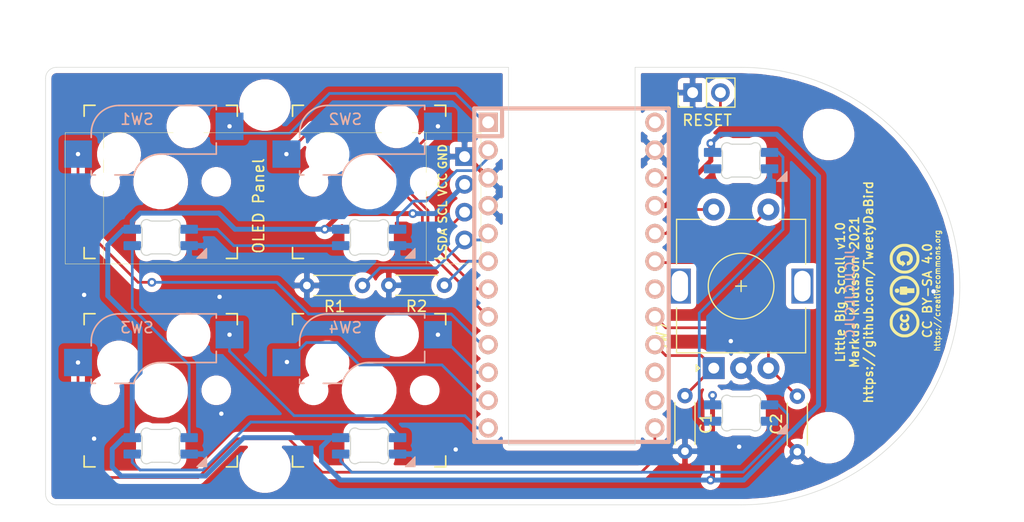
<source format=kicad_pcb>
(kicad_pcb (version 20171130) (host pcbnew "(5.1.9)-1")
  (title_block (title "Little Big Scroll") (date 2021-11-30) (rev v1.0) (company "Markus Knutsson <markus.knutsson@tweety.se>") (comment 1 https://github.com/TweetyDaBird) (comment 2 "Licensed under Creative Commons Attribution-ShareAlike 4.0 International"))
  (layers (0 F.Cu signal) (31 B.Cu signal) (34 B.Paste user hide) (35 F.Paste user hide) (36 B.SilkS user) (37 F.SilkS user) (38 B.Mask user hide) (39 F.Mask user hide) (44 Edge.Cuts user))
  (net 0 "")
  (net 1 GND)
  (net 2 VCC)
  (net 3 RGB)
  (net 4 "Net-(LED1-Pad2)")
  (net 5 "Net-(LED2-Pad2)")
  (net 6 "Net-(LED3-Pad2)")
  (net 7 "Net-(LED4-Pad2)")
  (net 8 "Net-(LED5-Pad2)")
  (net 9 SDA)
  (net 10 SCL)
  (net 11 ENC_A)
  (net 12 ENC_B)
  (net 13 COL0)
  (net 14 ROW0)
  (net 15 COL1)
  (net 16 ROW1)
  (net 17 COL2)
  (net 18 ROW2)
  (net 19 COL3)
  (net 20 ROW3)
  (net 21 ROW4)
  (net 22 COL4)
  (net 23 "Net-(J1-Pad2)")
  (module "Keyboard Library:CC_BY_SA_40" (layer F.Cu) (at 234.25 111.93 90)
    (fp_text reference Lic1 hide)
    (fp_text value CC-BY-SA_4.0)
    (fp_text user "CC BY-SA 4.0" (at -0.041555 2.16 90) (layer F.SilkS) (effects (font (size 0.8 0.8))))
    (fp_text user https://creativecommons.org (at -0.041555 3.07 90) (layer F.SilkS) (effects (font (size 0.5 0.5) (thickness 0.1))))
  )
  (module Keebio-Parts:RotaryEncoder_Alps_EC11E-Switch_Vertical_H20mm (layer F.Cu) (at 219.38 111.555 90)
    (fp_text reference SW7 (at -4.7 -7.2 90) (layer F.SilkS))
    (fp_text value Rotary_Encoder_Switch)
    (pad S1 thru_hole circle (at 7 2.5 90) (size 2 2) (drill 1) (layers *.Cu *.Mask) (net 22 COL4))
    (pad S2 thru_hole circle (at 7 -2.5 90) (size 2 2) (drill 1) (layers *.Cu *.Mask) (net 21 ROW4))
    (pad MP thru_hole rect (at 0 5.6 90) (size 3.2 2) (drill oval 2.8 1.5) (layers *.Cu *.Mask))
    (pad MP thru_hole rect (at 0 -5.6 90) (size 3.2 2) (drill oval 2.8 1.5) (layers *.Cu *.Mask))
    (pad B thru_hole circle (at -7.5 2.5 90) (size 2 2) (drill 1) (layers *.Cu *.Mask) (net 12 ENC_B))
    (pad C thru_hole circle (at -7.5 0 90) (size 2 2) (drill 1) (layers *.Cu *.Mask) (net 1 GND))
    (pad A thru_hole rect (at -7.5 -2.5 90) (size 2 2) (drill 1) (layers *.Cu *.Mask) (net 11 ENC_A))
  )
  (module Keebio-Parts:ArduinoProMicro-BackSide (layer F.Cu) (at 203.88 110.555 270)
    (fp_text reference U1 hide)
    (fp_text value ProMicro hide)
    (pad 24 thru_hole circle (at -13.97 -7.62 270) (size 1.7526 1.7526) (drill 1.0922) (layers *.Cu *.SilkS *.Mask))
    (pad 12 thru_hole circle (at 13.97 7.62 270) (size 1.7526 1.7526) (drill 1.0922) (layers *.Cu *.SilkS *.Mask) (net 18 ROW2))
    (pad 23 thru_hole circle (at -11.43 -7.62 270) (size 1.7526 1.7526) (drill 1.0922) (layers *.Cu *.SilkS *.Mask) (net 1 GND))
    (pad 22 thru_hole circle (at -8.89 -7.62 270) (size 1.7526 1.7526) (drill 1.0922) (layers *.Cu *.SilkS *.Mask) (net 23 "Net-(J1-Pad2)"))
    (pad 21 thru_hole circle (at -6.35 -7.62 270) (size 1.7526 1.7526) (drill 1.0922) (layers *.Cu *.SilkS *.Mask) (net 2 VCC))
    (pad 20 thru_hole circle (at -3.81 -7.62 270) (size 1.7526 1.7526) (drill 1.0922) (layers *.Cu *.SilkS *.Mask) (net 21 ROW4))
    (pad 19 thru_hole circle (at -1.27 -7.62 270) (size 1.7526 1.7526) (drill 1.0922) (layers *.Cu *.SilkS *.Mask) (net 22 COL4))
    (pad 18 thru_hole circle (at 1.27 -7.62 270) (size 1.7526 1.7526) (drill 1.0922) (layers *.Cu *.SilkS *.Mask))
    (pad 17 thru_hole circle (at 3.81 -7.62 270) (size 1.7526 1.7526) (drill 1.0922) (layers *.Cu *.SilkS *.Mask) (net 12 ENC_B))
    (pad 16 thru_hole circle (at 6.35 -7.62 270) (size 1.7526 1.7526) (drill 1.0922) (layers *.Cu *.SilkS *.Mask) (net 11 ENC_A))
    (pad 15 thru_hole circle (at 8.89 -7.62 270) (size 1.7526 1.7526) (drill 1.0922) (layers *.Cu *.SilkS *.Mask))
    (pad 14 thru_hole circle (at 11.43 -7.62 270) (size 1.7526 1.7526) (drill 1.0922) (layers *.Cu *.SilkS *.Mask))
    (pad 13 thru_hole circle (at 13.97 -7.62 270) (size 1.7526 1.7526) (drill 1.0922) (layers *.Cu *.SilkS *.Mask) (net 17 COL2))
    (pad 11 thru_hole circle (at 11.43 7.62 270) (size 1.7526 1.7526) (drill 1.0922) (layers *.Cu *.SilkS *.Mask) (net 19 COL3))
    (pad 10 thru_hole circle (at 8.89 7.62 270) (size 1.7526 1.7526) (drill 1.0922) (layers *.Cu *.SilkS *.Mask) (net 20 ROW3))
    (pad 9 thru_hole circle (at 6.35 7.62 270) (size 1.7526 1.7526) (drill 1.0922) (layers *.Cu *.SilkS *.Mask) (net 13 COL0))
    (pad 8 thru_hole circle (at 3.81 7.62 270) (size 1.7526 1.7526) (drill 1.0922) (layers *.Cu *.SilkS *.Mask) (net 15 COL1))
    (pad 7 thru_hole circle (at 1.27 7.62 270) (size 1.7526 1.7526) (drill 1.0922) (layers *.Cu *.SilkS *.Mask) (net 16 ROW1))
    (pad 6 thru_hole circle (at -1.27 7.62 270) (size 1.7526 1.7526) (drill 1.0922) (layers *.Cu *.SilkS *.Mask) (net 10 SCL))
    (pad 5 thru_hole circle (at -3.81 7.62 270) (size 1.7526 1.7526) (drill 1.0922) (layers *.Cu *.SilkS *.Mask) (net 9 SDA))
    (pad 4 thru_hole circle (at -6.35 7.62 270) (size 1.7526 1.7526) (drill 1.0922) (layers *.Cu *.SilkS *.Mask) (net 1 GND))
    (pad 3 thru_hole circle (at -8.89 7.62 270) (size 1.7526 1.7526) (drill 1.0922) (layers *.Cu *.SilkS *.Mask) (net 1 GND))
    (pad 2 thru_hole circle (at -11.43 7.62 270) (size 1.7526 1.7526) (drill 1.0922) (layers *.Cu *.SilkS *.Mask) (net 3 RGB))
    (pad 1 thru_hole rect (at -13.97 7.62 270) (size 1.7526 1.7526) (drill 1.0922) (layers *.Cu *.SilkS *.Mask) (net 14 ROW0))
  )
  (module keyswitches:Kailh_socket_MX_RGB (layer F.Cu) (at 185.38 121.08)
    (fp_text reference SW4 (at -2.175 -5.725) (layer B.SilkS) (effects (justify mirror)))
    (fp_text value SW_Push hide)
    (pad 2 smd rect (at -7.56 -2.54) (size 2.55 2.5) (layers B.Cu B.Paste B.Mask) (net 19 COL3))
    (pad "" np_thru_hole circle (at -5.08 0) (size 1.7018 1.7018) (drill 1.7018) (layers *.Cu *.Mask))
    (pad "" np_thru_hole circle (at 5.08 0) (size 1.7018 1.7018) (drill 1.7018) (layers *.Cu *.Mask))
    (pad "" np_thru_hole circle (at 0 0) (size 3.9878 3.9878) (drill 3.9878) (layers *.Cu *.Mask))
    (pad "" np_thru_hole circle (at -3.81 -2.54) (size 3 3) (drill 3) (layers *.Cu *.Mask))
    (pad "" np_thru_hole circle (at 2.54 -5.08) (size 3 3) (drill 3) (layers *.Cu *.Mask))
    (pad 1 smd rect (at 6.29 -5.08) (size 2.55 2.5) (layers B.Cu B.Paste B.Mask) (net 20 ROW3))
  )
  (module keyswitches:Kailh_socket_MX_RGB (layer F.Cu) (at 166.33 121.08)
    (fp_text reference SW3 (at -2.175 -5.725) (layer B.SilkS) (effects (justify mirror)))
    (fp_text value SW_Push hide)
    (pad 2 smd rect (at -7.56 -2.54) (size 2.55 2.5) (layers B.Cu B.Paste B.Mask) (net 17 COL2))
    (pad "" np_thru_hole circle (at -5.08 0) (size 1.7018 1.7018) (drill 1.7018) (layers *.Cu *.Mask))
    (pad "" np_thru_hole circle (at 5.08 0) (size 1.7018 1.7018) (drill 1.7018) (layers *.Cu *.Mask))
    (pad "" np_thru_hole circle (at 0 0) (size 3.9878 3.9878) (drill 3.9878) (layers *.Cu *.Mask))
    (pad "" np_thru_hole circle (at -3.81 -2.54) (size 3 3) (drill 3) (layers *.Cu *.Mask))
    (pad "" np_thru_hole circle (at 2.54 -5.08) (size 3 3) (drill 3) (layers *.Cu *.Mask))
    (pad 1 smd rect (at 6.29 -5.08) (size 2.55 2.5) (layers B.Cu B.Paste B.Mask) (net 18 ROW2))
  )
  (module keyswitches:Kailh_socket_MX_RGB (layer F.Cu) (at 185.38 102.03)
    (fp_text reference SW2 (at -2.175 -5.725) (layer B.SilkS) (effects (justify mirror)))
    (fp_text value SW_Push hide)
    (pad 2 smd rect (at -7.56 -2.54) (size 2.55 2.5) (layers B.Cu B.Paste B.Mask) (net 15 COL1))
    (pad "" np_thru_hole circle (at -5.08 0) (size 1.7018 1.7018) (drill 1.7018) (layers *.Cu *.Mask))
    (pad "" np_thru_hole circle (at 5.08 0) (size 1.7018 1.7018) (drill 1.7018) (layers *.Cu *.Mask))
    (pad "" np_thru_hole circle (at 0 0) (size 3.9878 3.9878) (drill 3.9878) (layers *.Cu *.Mask))
    (pad "" np_thru_hole circle (at -3.81 -2.54) (size 3 3) (drill 3) (layers *.Cu *.Mask))
    (pad "" np_thru_hole circle (at 2.54 -5.08) (size 3 3) (drill 3) (layers *.Cu *.Mask))
    (pad 1 smd rect (at 6.29 -5.08) (size 2.55 2.5) (layers B.Cu B.Paste B.Mask) (net 16 ROW1))
  )
  (module keyswitches:Kailh_socket_MX_RGB (layer F.Cu) (at 166.33 102.03)
    (fp_text reference SW1 (at -2.175 -5.725) (layer B.SilkS) (effects (justify mirror)))
    (fp_text value SW_Push hide)
    (pad 2 smd rect (at -7.56 -2.54) (size 2.55 2.5) (layers B.Cu B.Paste B.Mask) (net 13 COL0))
    (pad "" np_thru_hole circle (at -5.08 0) (size 1.7018 1.7018) (drill 1.7018) (layers *.Cu *.Mask))
    (pad "" np_thru_hole circle (at 5.08 0) (size 1.7018 1.7018) (drill 1.7018) (layers *.Cu *.Mask))
    (pad "" np_thru_hole circle (at 0 0) (size 3.9878 3.9878) (drill 3.9878) (layers *.Cu *.Mask))
    (pad "" np_thru_hole circle (at -3.81 -2.54) (size 3 3) (drill 3) (layers *.Cu *.Mask))
    (pad "" np_thru_hole circle (at 2.54 -5.08) (size 3 3) (drill 3) (layers *.Cu *.Mask))
    (pad 1 smd rect (at 6.29 -5.08) (size 2.55 2.5) (layers B.Cu B.Paste B.Mask) (net 14 ROW0))
  )
  (module KiCad-SSD1306-0.91-OLED-4pin-128x32:SSD1306-0.91-OLED-4pin-128x32 (layer F.Cu) (at 176.605 103.53)
    (fp_text reference OLED1 hide)
    (fp_text value OLED_4pin)
    (fp_text user SDA (at 15.5 3.81 -90) (layer F.SilkS) (effects (font (size 0.75 0.75))))
    (fp_text user SCL (at 15.5 1.27 -90) (layer F.SilkS) (effects (font (size 0.75 0.75))))
    (fp_text user VCC (at 15.5 -1.27 -90) (layer F.SilkS) (effects (font (size 0.75 0.75))))
    (fp_text user GND (at 15.5 -3.81 -90) (layer F.SilkS) (effects (font (size 0.75 0.75))))
    (fp_text user "OLED Panel" (at -1.325 0.69 270) (layer F.SilkS))
    (pad 4 thru_hole oval (at 17.5 3.81) (size 1.7 1.7) (drill 1) (layers *.Cu *.Mask) (net 9 SDA))
    (pad 3 thru_hole oval (at 17.5 1.27) (size 1.7 1.7) (drill 1) (layers *.Cu *.Mask) (net 10 SCL))
    (pad 2 thru_hole oval (at 17.5 -1.27) (size 1.7 1.7) (drill 1) (layers *.Cu *.Mask) (net 2 VCC))
    (pad 1 thru_hole rect (at 17.5 -3.81) (size 1.7 1.7) (drill 1) (layers *.Cu *.Mask) (net 1 GND))
  )
  (module MountingHole:MountingHole_3.7mm (layer F.Cu) (at 175.855 128.105)
    (fp_text reference H4 hide)
    (fp_text value Hole)
    (pad 1 np_thru_hole circle (at 0 0) (size 3.7 3.7) (drill 3.7) (layers *.Cu *.Mask))
  )
  (module MountingHole:MountingHole_3.7mm (layer F.Cu) (at 227.38 125.411406)
    (fp_text reference H3 hide)
    (fp_text value Hole)
    (pad 1 np_thru_hole circle (at 0 0) (size 3.7 3.7) (drill 3.7) (layers *.Cu *.Mask))
  )
  (module MountingHole:MountingHole_3.7mm (layer F.Cu) (at 227.38 97.698594)
    (fp_text reference H2 hide)
    (fp_text value Hole)
    (pad 1 np_thru_hole circle (at 0 0) (size 3.7 3.7) (drill 3.7) (layers *.Cu *.Mask))
  )
  (module MountingHole:MountingHole_3.7mm (layer F.Cu) (at 175.855 95.005)
    (fp_text reference H1 hide)
    (fp_text value Hole)
    (pad 1 np_thru_hole circle (at 0 0) (size 3.7 3.7) (drill 3.7) (layers *.Cu *.Mask))
  )
  (module Connector_PinHeader_2.54mm:PinHeader_1x02_P2.54mm_Vertical (layer F.Cu) (at 214.95 93.87 90)
    (fp_text reference J1 hide)
    (fp_text value Conn_01x02)
    (fp_text user RESET (at -2.53 1.32) (layer F.SilkS))
    (pad 2 thru_hole oval (at 0 2.54 90) (size 1.7 1.7) (drill 1) (layers *.Cu *.Mask) (net 23 "Net-(J1-Pad2)"))
    (pad 1 thru_hole rect (at 0 0 90) (size 1.7 1.7) (drill 1) (layers *.Cu *.Mask) (net 1 GND))
  )
  (module kicad-keyboard-parts:MX_SK6812MINI-E (layer F.Cu) (at 219.38 118.08)
    (fp_text reference LED5 hide)
    (fp_text value SK6812MINI-E)
    (fp_line (start -1.699999 5.782841) (end -1.699999 4.377157) (layer Edge.Cuts) (width 0.1))
    (fp_line (start -0.794452 3.58) (end 0.794453 3.58) (layer Edge.Cuts) (width 0.1))
    (fp_line (start 1.699999 4.377157) (end 1.699999 5.782841) (layer Edge.Cuts) (width 0.1))
    (fp_line (start 0.794452 6.579999) (end -0.794452 6.579999) (layer Edge.Cuts) (width 0.1))
    (fp_arc (start -0.794452 7.079999) (end -0.794452 6.579999) (angle -30.2992623) (layer Edge.Cuts) (width 0.1))
    (fp_arc (start 0.794452 7.079999) (end 1.046711 6.648298) (angle -30.29933433) (layer Edge.Cuts) (width 0.1))
    (fp_arc (start 1.298969 6.216597) (end 1.046711 6.648298) (angle -146.0055121) (layer Edge.Cuts) (width 0.1))
    (fp_arc (start 2.199999 5.782841) (end 1.699999 5.782841) (angle -25.70617777) (layer Edge.Cuts) (width 0.1))
    (fp_arc (start 2.199999 4.377157) (end 1.749484 4.160279) (angle -25.70608136) (layer Edge.Cuts) (width 0.1))
    (fp_arc (start 1.298969 3.943402) (end 1.749484 4.160279) (angle -146.0053097) (layer Edge.Cuts) (width 0.1))
    (fp_arc (start 0.794453 3.08) (end 0.794453 3.58) (angle -30.29922831) (layer Edge.Cuts) (width 0.1))
    (fp_arc (start -0.794452 3.08) (end -1.046711 3.5117) (angle -30.29928212) (layer Edge.Cuts) (width 0.1))
    (fp_arc (start -1.298969 3.943401) (end -1.046711 3.5117) (angle -146.0054017) (layer Edge.Cuts) (width 0.1))
    (fp_arc (start -2.199999 4.377157) (end -1.699999 4.377157) (angle -25.70611954) (layer Edge.Cuts) (width 0.1))
    (fp_arc (start -2.199999 5.782841) (end -1.749484 5.999719) (angle -25.70611205) (layer Edge.Cuts) (width 0.1))
    (fp_arc (start -1.298969 6.216596) (end -1.749484 5.999719) (angle -146.0053744) (layer Edge.Cuts) (width 0.1))
    (pad 3 smd roundrect (at 2.6 5.829999 270) (size 0.82 1.6) (layers B.Cu B.Paste B.Mask) (roundrect_rratio 0.1) (net 1 GND))
    (pad 4 smd roundrect (at 2.6 4.329999 270) (size 0.82 1.6) (layers B.Cu B.Paste B.Mask) (roundrect_rratio 0.1) (net 7 "Net-(LED4-Pad2)"))
    (pad 2 smd roundrect (at -2.6 5.829999 270) (size 0.82 1.6) (layers B.Cu B.Paste B.Mask) (roundrect_rratio 0.1) (net 8 "Net-(LED5-Pad2)"))
    (pad 1 smd roundrect (at -2.6 4.329999 270) (size 0.82 1.6) (layers B.Cu B.Paste B.Mask) (roundrect_rratio 0.1) (net 2 VCC))
  )
  (module kicad-keyboard-parts:MX_SK6812MINI-E (layer F.Cu) (at 219.38 95.005)
    (fp_text reference LED6 hide)
    (fp_text value SK6812MINI-E)
    (fp_line (start -1.699999 5.782841) (end -1.699999 4.377157) (layer Edge.Cuts) (width 0.1))
    (fp_line (start -0.794452 3.58) (end 0.794453 3.58) (layer Edge.Cuts) (width 0.1))
    (fp_line (start 1.699999 4.377157) (end 1.699999 5.782841) (layer Edge.Cuts) (width 0.1))
    (fp_line (start 0.794452 6.579999) (end -0.794452 6.579999) (layer Edge.Cuts) (width 0.1))
    (fp_arc (start -0.794452 7.079999) (end -0.794452 6.579999) (angle -30.2992623) (layer Edge.Cuts) (width 0.1))
    (fp_arc (start 0.794452 7.079999) (end 1.046711 6.648298) (angle -30.29933433) (layer Edge.Cuts) (width 0.1))
    (fp_arc (start 1.298969 6.216597) (end 1.046711 6.648298) (angle -146.0055121) (layer Edge.Cuts) (width 0.1))
    (fp_arc (start 2.199999 5.782841) (end 1.699999 5.782841) (angle -25.70617777) (layer Edge.Cuts) (width 0.1))
    (fp_arc (start 2.199999 4.377157) (end 1.749484 4.160279) (angle -25.70608136) (layer Edge.Cuts) (width 0.1))
    (fp_arc (start 1.298969 3.943402) (end 1.749484 4.160279) (angle -146.0053097) (layer Edge.Cuts) (width 0.1))
    (fp_arc (start 0.794453 3.08) (end 0.794453 3.58) (angle -30.29922831) (layer Edge.Cuts) (width 0.1))
    (fp_arc (start -0.794452 3.08) (end -1.046711 3.5117) (angle -30.29928212) (layer Edge.Cuts) (width 0.1))
    (fp_arc (start -1.298969 3.943401) (end -1.046711 3.5117) (angle -146.0054017) (layer Edge.Cuts) (width 0.1))
    (fp_arc (start -2.199999 4.377157) (end -1.699999 4.377157) (angle -25.70611954) (layer Edge.Cuts) (width 0.1))
    (fp_arc (start -2.199999 5.782841) (end -1.749484 5.999719) (angle -25.70611205) (layer Edge.Cuts) (width 0.1))
    (fp_arc (start -1.298969 6.216596) (end -1.749484 5.999719) (angle -146.0053744) (layer Edge.Cuts) (width 0.1))
    (pad 3 smd roundrect (at 2.6 5.829999 270) (size 0.82 1.6) (layers B.Cu B.Paste B.Mask) (roundrect_rratio 0.1) (net 1 GND))
    (pad 4 smd roundrect (at 2.6 4.329999 270) (size 0.82 1.6) (layers B.Cu B.Paste B.Mask) (roundrect_rratio 0.1) (net 8 "Net-(LED5-Pad2)"))
    (pad 2 smd roundrect (at -2.6 5.829999 270) (size 0.82 1.6) (layers B.Cu B.Paste B.Mask) (roundrect_rratio 0.1))
    (pad 1 smd roundrect (at -2.6 4.329999 270) (size 0.82 1.6) (layers B.Cu B.Paste B.Mask) (roundrect_rratio 0.1) (net 2 VCC))
  )
  (module Resistor_THT:R_Axial_DIN0204_L3.6mm_D1.6mm_P5.08mm_Horizontal (layer F.Cu) (at 224.52 126.7 90)
    (fp_text reference C2 (at 2.54 -1.92 90) (layer F.SilkS))
    (fp_text value 100nF)
    (pad 2 thru_hole oval (at 5.08 0 90) (size 1.4 1.4) (drill 0.7) (layers *.Cu *.Mask) (net 12 ENC_B))
    (pad 1 thru_hole circle (at 0 0 90) (size 1.4 1.4) (drill 0.7) (layers *.Cu *.Mask) (net 1 GND))
  )
  (module Resistor_THT:R_Axial_DIN0204_L3.6mm_D1.6mm_P5.08mm_Horizontal (layer F.Cu) (at 214.25 121.57 270)
    (fp_text reference C1 (at 2.54 -1.92 90) (layer F.SilkS))
    (fp_text value 100nF)
    (pad 2 thru_hole oval (at 5.08 0 270) (size 1.4 1.4) (drill 0.7) (layers *.Cu *.Mask) (net 1 GND))
    (pad 1 thru_hole circle (at 0 0 270) (size 1.4 1.4) (drill 0.7) (layers *.Cu *.Mask) (net 11 ENC_A))
  )
  (module Resistor_THT:R_Axial_DIN0204_L3.6mm_D1.6mm_P5.08mm_Horizontal (layer F.Cu) (at 192.26 111.48 180)
    (fp_text reference R2 (at 2.54 -1.92) (layer F.SilkS))
    (fp_text value 4K7)
    (pad 2 thru_hole oval (at 5.08 0 180) (size 1.4 1.4) (drill 0.7) (layers *.Cu *.Mask) (net 1 GND))
    (pad 1 thru_hole circle (at 0 0 180) (size 1.4 1.4) (drill 0.7) (layers *.Cu *.Mask) (net 10 SCL))
  )
  (module Resistor_THT:R_Axial_DIN0204_L3.6mm_D1.6mm_P5.08mm_Horizontal (layer F.Cu) (at 184.77 111.5 180)
    (fp_text reference R1 (at 2.54 -1.92) (layer F.SilkS))
    (fp_text value 4K7)
    (pad 2 thru_hole oval (at 5.08 0 180) (size 1.4 1.4) (drill 0.7) (layers *.Cu *.Mask) (net 1 GND))
    (pad 1 thru_hole circle (at 0 0 180) (size 1.4 1.4) (drill 0.7) (layers *.Cu *.Mask) (net 9 SDA))
  )
  (module kicad-keyboard-parts:MX_SK6812MINI-E (layer F.Cu) (at 185.38 121.08)
    (fp_text reference LED4 hide)
    (fp_text value SK6812MINI-E)
    (fp_line (start -1.699999 5.782841) (end -1.699999 4.377157) (layer Edge.Cuts) (width 0.1))
    (fp_line (start -0.794452 3.58) (end 0.794453 3.58) (layer Edge.Cuts) (width 0.1))
    (fp_line (start 1.699999 4.377157) (end 1.699999 5.782841) (layer Edge.Cuts) (width 0.1))
    (fp_line (start 0.794452 6.579999) (end -0.794452 6.579999) (layer Edge.Cuts) (width 0.1))
    (fp_arc (start -0.794452 7.079999) (end -0.794452 6.579999) (angle -30.2992623) (layer Edge.Cuts) (width 0.1))
    (fp_arc (start 0.794452 7.079999) (end 1.046711 6.648298) (angle -30.29933433) (layer Edge.Cuts) (width 0.1))
    (fp_arc (start 1.298969 6.216597) (end 1.046711 6.648298) (angle -146.0055121) (layer Edge.Cuts) (width 0.1))
    (fp_arc (start 2.199999 5.782841) (end 1.699999 5.782841) (angle -25.70617777) (layer Edge.Cuts) (width 0.1))
    (fp_arc (start 2.199999 4.377157) (end 1.749484 4.160279) (angle -25.70608136) (layer Edge.Cuts) (width 0.1))
    (fp_arc (start 1.298969 3.943402) (end 1.749484 4.160279) (angle -146.0053097) (layer Edge.Cuts) (width 0.1))
    (fp_arc (start 0.794453 3.08) (end 0.794453 3.58) (angle -30.29922831) (layer Edge.Cuts) (width 0.1))
    (fp_arc (start -0.794452 3.08) (end -1.046711 3.5117) (angle -30.29928212) (layer Edge.Cuts) (width 0.1))
    (fp_arc (start -1.298969 3.943401) (end -1.046711 3.5117) (angle -146.0054017) (layer Edge.Cuts) (width 0.1))
    (fp_arc (start -2.199999 4.377157) (end -1.699999 4.377157) (angle -25.70611954) (layer Edge.Cuts) (width 0.1))
    (fp_arc (start -2.199999 5.782841) (end -1.749484 5.999719) (angle -25.70611205) (layer Edge.Cuts) (width 0.1))
    (fp_arc (start -1.298969 6.216596) (end -1.749484 5.999719) (angle -146.0053744) (layer Edge.Cuts) (width 0.1))
    (pad 3 smd roundrect (at 2.6 5.829999 270) (size 0.82 1.6) (layers B.Cu B.Paste B.Mask) (roundrect_rratio 0.1) (net 1 GND))
    (pad 4 smd roundrect (at 2.6 4.329999 270) (size 0.82 1.6) (layers B.Cu B.Paste B.Mask) (roundrect_rratio 0.1) (net 6 "Net-(LED3-Pad2)"))
    (pad 2 smd roundrect (at -2.6 5.829999 270) (size 0.82 1.6) (layers B.Cu B.Paste B.Mask) (roundrect_rratio 0.1) (net 7 "Net-(LED4-Pad2)"))
    (pad 1 smd roundrect (at -2.6 4.329999 270) (size 0.82 1.6) (layers B.Cu B.Paste B.Mask) (roundrect_rratio 0.1) (net 2 VCC))
  )
  (module kicad-keyboard-parts:MX_SK6812MINI-E (layer F.Cu) (at 166.33 121.08)
    (fp_text reference LED3 hide)
    (fp_text value SK6812MINI-E)
    (fp_line (start -1.699999 5.782841) (end -1.699999 4.377157) (layer Edge.Cuts) (width 0.1))
    (fp_line (start -0.794452 3.58) (end 0.794453 3.58) (layer Edge.Cuts) (width 0.1))
    (fp_line (start 1.699999 4.377157) (end 1.699999 5.782841) (layer Edge.Cuts) (width 0.1))
    (fp_line (start 0.794452 6.579999) (end -0.794452 6.579999) (layer Edge.Cuts) (width 0.1))
    (fp_arc (start -0.794452 7.079999) (end -0.794452 6.579999) (angle -30.2992623) (layer Edge.Cuts) (width 0.1))
    (fp_arc (start 0.794452 7.079999) (end 1.046711 6.648298) (angle -30.29933433) (layer Edge.Cuts) (width 0.1))
    (fp_arc (start 1.298969 6.216597) (end 1.046711 6.648298) (angle -146.0055121) (layer Edge.Cuts) (width 0.1))
    (fp_arc (start 2.199999 5.782841) (end 1.699999 5.782841) (angle -25.70617777) (layer Edge.Cuts) (width 0.1))
    (fp_arc (start 2.199999 4.377157) (end 1.749484 4.160279) (angle -25.70608136) (layer Edge.Cuts) (width 0.1))
    (fp_arc (start 1.298969 3.943402) (end 1.749484 4.160279) (angle -146.0053097) (layer Edge.Cuts) (width 0.1))
    (fp_arc (start 0.794453 3.08) (end 0.794453 3.58) (angle -30.29922831) (layer Edge.Cuts) (width 0.1))
    (fp_arc (start -0.794452 3.08) (end -1.046711 3.5117) (angle -30.29928212) (layer Edge.Cuts) (width 0.1))
    (fp_arc (start -1.298969 3.943401) (end -1.046711 3.5117) (angle -146.0054017) (layer Edge.Cuts) (width 0.1))
    (fp_arc (start -2.199999 4.377157) (end -1.699999 4.377157) (angle -25.70611954) (layer Edge.Cuts) (width 0.1))
    (fp_arc (start -2.199999 5.782841) (end -1.749484 5.999719) (angle -25.70611205) (layer Edge.Cuts) (width 0.1))
    (fp_arc (start -1.298969 6.216596) (end -1.749484 5.999719) (angle -146.0053744) (layer Edge.Cuts) (width 0.1))
    (pad 3 smd roundrect (at 2.6 5.829999 270) (size 0.82 1.6) (layers B.Cu B.Paste B.Mask) (roundrect_rratio 0.1) (net 1 GND))
    (pad 4 smd roundrect (at 2.6 4.329999 270) (size 0.82 1.6) (layers B.Cu B.Paste B.Mask) (roundrect_rratio 0.1) (net 5 "Net-(LED2-Pad2)"))
    (pad 2 smd roundrect (at -2.6 5.829999 270) (size 0.82 1.6) (layers B.Cu B.Paste B.Mask) (roundrect_rratio 0.1) (net 6 "Net-(LED3-Pad2)"))
    (pad 1 smd roundrect (at -2.6 4.329999 270) (size 0.82 1.6) (layers B.Cu B.Paste B.Mask) (roundrect_rratio 0.1) (net 2 VCC))
  )
  (module kicad-keyboard-parts:MX_SK6812MINI-E (layer F.Cu) (at 166.33 102.03)
    (fp_text reference LED2 hide)
    (fp_text value SK6812MINI-E)
    (fp_line (start -1.699999 5.782841) (end -1.699999 4.377157) (layer Edge.Cuts) (width 0.1))
    (fp_line (start -0.794452 3.58) (end 0.794453 3.58) (layer Edge.Cuts) (width 0.1))
    (fp_line (start 1.699999 4.377157) (end 1.699999 5.782841) (layer Edge.Cuts) (width 0.1))
    (fp_line (start 0.794452 6.579999) (end -0.794452 6.579999) (layer Edge.Cuts) (width 0.1))
    (fp_arc (start -0.794452 7.079999) (end -0.794452 6.579999) (angle -30.2992623) (layer Edge.Cuts) (width 0.1))
    (fp_arc (start 0.794452 7.079999) (end 1.046711 6.648298) (angle -30.29933433) (layer Edge.Cuts) (width 0.1))
    (fp_arc (start 1.298969 6.216597) (end 1.046711 6.648298) (angle -146.0055121) (layer Edge.Cuts) (width 0.1))
    (fp_arc (start 2.199999 5.782841) (end 1.699999 5.782841) (angle -25.70617777) (layer Edge.Cuts) (width 0.1))
    (fp_arc (start 2.199999 4.377157) (end 1.749484 4.160279) (angle -25.70608136) (layer Edge.Cuts) (width 0.1))
    (fp_arc (start 1.298969 3.943402) (end 1.749484 4.160279) (angle -146.0053097) (layer Edge.Cuts) (width 0.1))
    (fp_arc (start 0.794453 3.08) (end 0.794453 3.58) (angle -30.29922831) (layer Edge.Cuts) (width 0.1))
    (fp_arc (start -0.794452 3.08) (end -1.046711 3.5117) (angle -30.29928212) (layer Edge.Cuts) (width 0.1))
    (fp_arc (start -1.298969 3.943401) (end -1.046711 3.5117) (angle -146.0054017) (layer Edge.Cuts) (width 0.1))
    (fp_arc (start -2.199999 4.377157) (end -1.699999 4.377157) (angle -25.70611954) (layer Edge.Cuts) (width 0.1))
    (fp_arc (start -2.199999 5.782841) (end -1.749484 5.999719) (angle -25.70611205) (layer Edge.Cuts) (width 0.1))
    (fp_arc (start -1.298969 6.216596) (end -1.749484 5.999719) (angle -146.0053744) (layer Edge.Cuts) (width 0.1))
    (pad 3 smd roundrect (at 2.6 5.829999 270) (size 0.82 1.6) (layers B.Cu B.Paste B.Mask) (roundrect_rratio 0.1) (net 1 GND))
    (pad 4 smd roundrect (at 2.6 4.329999 270) (size 0.82 1.6) (layers B.Cu B.Paste B.Mask) (roundrect_rratio 0.1) (net 4 "Net-(LED1-Pad2)"))
    (pad 2 smd roundrect (at -2.6 5.829999 270) (size 0.82 1.6) (layers B.Cu B.Paste B.Mask) (roundrect_rratio 0.1) (net 5 "Net-(LED2-Pad2)"))
    (pad 1 smd roundrect (at -2.6 4.329999 270) (size 0.82 1.6) (layers B.Cu B.Paste B.Mask) (roundrect_rratio 0.1) (net 2 VCC))
  )
  (module kicad-keyboard-parts:MX_SK6812MINI-E (layer F.Cu) (at 185.38 102.03)
    (fp_text reference LED1 hide)
    (fp_text value SK6812MINI-E)
    (fp_line (start -1.699999 5.782841) (end -1.699999 4.377157) (layer Edge.Cuts) (width 0.1))
    (fp_line (start -0.794452 3.58) (end 0.794453 3.58) (layer Edge.Cuts) (width 0.1))
    (fp_line (start 1.699999 4.377157) (end 1.699999 5.782841) (layer Edge.Cuts) (width 0.1))
    (fp_line (start 0.794452 6.579999) (end -0.794452 6.579999) (layer Edge.Cuts) (width 0.1))
    (fp_arc (start -0.794452 7.079999) (end -0.794452 6.579999) (angle -30.2992623) (layer Edge.Cuts) (width 0.1))
    (fp_arc (start 0.794452 7.079999) (end 1.046711 6.648298) (angle -30.29933433) (layer Edge.Cuts) (width 0.1))
    (fp_arc (start 1.298969 6.216597) (end 1.046711 6.648298) (angle -146.0055121) (layer Edge.Cuts) (width 0.1))
    (fp_arc (start 2.199999 5.782841) (end 1.699999 5.782841) (angle -25.70617777) (layer Edge.Cuts) (width 0.1))
    (fp_arc (start 2.199999 4.377157) (end 1.749484 4.160279) (angle -25.70608136) (layer Edge.Cuts) (width 0.1))
    (fp_arc (start 1.298969 3.943402) (end 1.749484 4.160279) (angle -146.0053097) (layer Edge.Cuts) (width 0.1))
    (fp_arc (start 0.794453 3.08) (end 0.794453 3.58) (angle -30.29922831) (layer Edge.Cuts) (width 0.1))
    (fp_arc (start -0.794452 3.08) (end -1.046711 3.5117) (angle -30.29928212) (layer Edge.Cuts) (width 0.1))
    (fp_arc (start -1.298969 3.943401) (end -1.046711 3.5117) (angle -146.0054017) (layer Edge.Cuts) (width 0.1))
    (fp_arc (start -2.199999 4.377157) (end -1.699999 4.377157) (angle -25.70611954) (layer Edge.Cuts) (width 0.1))
    (fp_arc (start -2.199999 5.782841) (end -1.749484 5.999719) (angle -25.70611205) (layer Edge.Cuts) (width 0.1))
    (fp_arc (start -1.298969 6.216596) (end -1.749484 5.999719) (angle -146.0053744) (layer Edge.Cuts) (width 0.1))
    (pad 3 smd roundrect (at 2.6 5.829999 270) (size 0.82 1.6) (layers B.Cu B.Paste B.Mask) (roundrect_rratio 0.1) (net 1 GND))
    (pad 4 smd roundrect (at 2.6 4.329999 270) (size 0.82 1.6) (layers B.Cu B.Paste B.Mask) (roundrect_rratio 0.1) (net 3 RGB))
    (pad 2 smd roundrect (at -2.6 5.829999 270) (size 0.82 1.6) (layers B.Cu B.Paste B.Mask) (roundrect_rratio 0.1) (net 4 "Net-(LED1-Pad2)"))
    (pad 1 smd roundrect (at -2.6 4.329999 270) (size 0.82 1.6) (layers B.Cu B.Paste B.Mask) (roundrect_rratio 0.1) (net 2 VCC))
  )
  (gr_text JLCJLCJLCJLC (at 229.34 112.18 90) (layer B.SilkS) (effects (font (size 0.8 0.8)) (justify mirror)))
  (gr_text "Little Big Scroll v1.0\nMarkus Knutsson 2021\nhttps://github.com/TweetyDaBird" (at 229.74 112.109696 90) (layer F.SilkS) (effects (font (size 0.8 0.8))))
  (gr_line (start 209.69 91.56) (end 209.69 126.07) (layer Edge.Cuts) (width 0.05))
  (gr_arc (start 156.805 92.56) (end 156.805 91.56) (angle -90) (layer Edge.Cuts) (width 0.05))
  (gr_arc (start 156.805 130.55) (end 155.805 130.55) (angle -90) (layer Edge.Cuts) (width 0.05))
  (gr_line (start 209.69 91.56) (end 219.38 91.56) (layer Edge.Cuts) (width 0.05))
  (gr_line (start 198.12 126.07) (end 198.12 91.56) (layer Edge.Cuts) (width 0.05))
  (gr_line (start 209.69 126.07) (end 198.12 126.07) (layer Edge.Cuts) (width 0.05))
  (gr_arc (start 219.38 111.555) (end 219.38 131.55) (angle -180) (layer Edge.Cuts) (width 0.05))
  (gr_line (start 155.805 92.56) (end 155.805 130.55) (layer Edge.Cuts) (width 0.05))
  (gr_line (start 156.805 131.55) (end 219.38 131.55) (layer Edge.Cuts) (width 0.05))
  (gr_line (start 156.805 91.56) (end 198.12 91.56) (layer Edge.Cuts) (width 0.05))
  (via (at 159.33 112.36) (size 0.8) (drill 0.4) (layers F.Cu B.Cu) (net 1))
  (via (at 160.24 125.5) (size 0.8) (drill 0.4) (layers F.Cu B.Cu) (net 1))
  (via (at 171.71 112.54) (size 0.8) (drill 0.4) (layers F.Cu B.Cu) (net 1))
  (via (at 171.87 123.22) (size 0.8) (drill 0.4) (layers F.Cu B.Cu) (net 1))
  (via (at 193.294 126.492) (size 0.8) (drill 0.4) (layers F.Cu B.Cu) (net 1))
  (via (at 191.77 106.426) (size 0.8) (drill 0.4) (layers F.Cu B.Cu) (net 1))
  (via (at 236.97 112.04) (size 0.8) (drill 0.4) (layers F.Cu B.Cu) (net 1))
  (via (at 219.202 126.238) (size 0.8) (drill 0.4) (layers F.Cu B.Cu) (net 1))
  (via (at 218.44 116.586) (size 0.8) (drill 0.4) (layers F.Cu B.Cu) (net 1))
  (segment (start 194.315 99.72) (end 196.26 101.665) (width 0.45) (layer F.Cu) (net 1))
  (segment (start 194.105 99.72) (end 194.315 99.72) (width 0.45) (layer F.Cu) (net 1))
  (segment (start 164.446442 104.885029) (end 163.73 105.601471) (width 0.45) (layer B.Cu) (net 2))
  (segment (start 163.73 105.601471) (end 163.73 106.359999) (width 0.45) (layer B.Cu) (net 2))
  (segment (start 171.645028 104.885029) (end 164.446442 104.885029) (width 0.45) (layer B.Cu) (net 2))
  (segment (start 173.119999 106.359999) (end 171.645028 104.885029) (width 0.45) (layer B.Cu) (net 2))
  (segment (start 164.445001 119.464001) (end 164.445001 115.395001) (width 0.45) (layer B.Cu) (net 2))
  (segment (start 163.73 120.179002) (end 164.445001 119.464001) (width 0.45) (layer B.Cu) (net 2))
  (segment (start 163.73 125.409999) (end 163.73 120.179002) (width 0.45) (layer B.Cu) (net 2))
  (segment (start 164.445001 115.395001) (end 161.49 112.44) (width 0.45) (layer B.Cu) (net 2))
  (segment (start 161.49 107.799999) (end 162.93 106.359999) (width 0.45) (layer B.Cu) (net 2))
  (segment (start 162.93 106.359999) (end 163.73 106.359999) (width 0.45) (layer B.Cu) (net 2))
  (segment (start 161.49 112.44) (end 161.49 107.799999) (width 0.45) (layer B.Cu) (net 2))
  (via (at 181.330001 106.359999) (size 0.8) (drill 0.4) (layers F.Cu B.Cu) (net 2))
  (segment (start 181.330001 106.359999) (end 173.119999 106.359999) (width 0.45) (layer B.Cu) (net 2))
  (segment (start 182.78 106.359999) (end 181.330001 106.359999) (width 0.45) (layer B.Cu) (net 2))
  (segment (start 173.920001 125.409999) (end 182.78 125.409999) (width 0.45) (layer B.Cu) (net 2))
  (segment (start 161.9 128.1) (end 162.71 128.91) (width 0.45) (layer B.Cu) (net 2))
  (segment (start 163.73 125.409999) (end 162.93 125.409999) (width 0.45) (layer B.Cu) (net 2))
  (segment (start 162.71 128.91) (end 170.42 128.91) (width 0.45) (layer B.Cu) (net 2))
  (segment (start 161.9 126.439999) (end 161.9 128.1) (width 0.45) (layer B.Cu) (net 2))
  (segment (start 162.93 125.409999) (end 161.9 126.439999) (width 0.45) (layer B.Cu) (net 2))
  (segment (start 170.42 128.91) (end 173.920001 125.409999) (width 0.45) (layer B.Cu) (net 2))
  (via (at 216.612227 98.51501) (size 0.8) (drill 0.4) (layers F.Cu B.Cu) (net 2))
  (segment (start 216.78 99.334999) (end 216.78 98.682783) (width 0.45) (layer B.Cu) (net 2))
  (segment (start 216.78 98.682783) (end 216.612227 98.51501) (width 0.45) (layer B.Cu) (net 2))
  (segment (start 182.76164 104.92836) (end 189.372631 104.92836) (width 0.45) (layer F.Cu) (net 2))
  (segment (start 181.330001 106.359999) (end 182.76164 104.92836) (width 0.45) (layer F.Cu) (net 2))
  (segment (start 194.105 102.26) (end 191.43664 104.92836) (width 0.45) (layer B.Cu) (net 2))
  (via (at 189.372631 104.92836) (size 0.8) (drill 0.4) (layers F.Cu B.Cu) (net 2))
  (segment (start 191.43664 104.92836) (end 189.372631 104.92836) (width 0.45) (layer B.Cu) (net 2))
  (segment (start 216.612227 100.092773) (end 216.612227 98.51501) (width 0.45) (layer F.Cu) (net 2))
  (segment (start 212.5 104.205) (end 216.612227 100.092773) (width 0.45) (layer F.Cu) (net 2))
  (segment (start 211.5 104.205) (end 212.5 104.205) (width 0.45) (layer F.Cu) (net 2))
  (segment (start 181.02 126.28) (end 181.02 127.54) (width 0.45) (layer B.Cu) (net 2))
  (segment (start 181.02 127.54) (end 182.766 129.286) (width 0.45) (layer B.Cu) (net 2))
  (segment (start 181.890001 125.409999) (end 181.02 126.28) (width 0.45) (layer B.Cu) (net 2))
  (segment (start 182.78 125.409999) (end 181.890001 125.409999) (width 0.45) (layer B.Cu) (net 2))
  (segment (start 216.78 121.55) (end 216.77 121.54) (width 0.45) (layer B.Cu) (net 2))
  (segment (start 216.78 122.409999) (end 216.78 121.55) (width 0.45) (layer B.Cu) (net 2))
  (via (at 216.586 129.286) (size 0.8) (drill 0.4) (layers F.Cu B.Cu) (net 2))
  (segment (start 216.77 129.102) (end 216.586 129.286) (width 0.45) (layer F.Cu) (net 2))
  (segment (start 182.766 129.286) (end 216.586 129.286) (width 0.45) (layer B.Cu) (net 2))
  (segment (start 222.62 97.68) (end 217.447237 97.68) (width 0.45) (layer B.Cu) (net 2))
  (segment (start 217.447237 97.68) (end 216.612227 98.51501) (width 0.45) (layer B.Cu) (net 2))
  (segment (start 226.459999 101.519999) (end 222.62 97.68) (width 0.45) (layer B.Cu) (net 2))
  (segment (start 226.459999 122.437834) (end 226.459999 101.519999) (width 0.45) (layer B.Cu) (net 2))
  (segment (start 219.611833 129.286) (end 226.459999 122.437834) (width 0.45) (layer B.Cu) (net 2))
  (segment (start 216.586 129.286) (end 219.611833 129.286) (width 0.45) (layer B.Cu) (net 2))
  (segment (start 216.77 121.54) (end 216.77 129.102) (width 0.45) (layer F.Cu) (net 2))
  (via (at 216.77 121.54) (size 0.8) (drill 0.4) (layers F.Cu B.Cu) (net 2))
  (segment (start 196.26 99.850002) (end 196.26 99.125) (width 0.25) (layer B.Cu) (net 3))
  (segment (start 195.108703 101.001299) (end 196.26 99.850002) (width 0.25) (layer B.Cu) (net 3))
  (segment (start 190.6 103.79) (end 193.388701 101.001299) (width 0.25) (layer B.Cu) (net 3))
  (segment (start 189.437986 103.79) (end 190.6 103.79) (width 0.25) (layer B.Cu) (net 3))
  (segment (start 193.388701 101.001299) (end 195.108703 101.001299) (width 0.25) (layer B.Cu) (net 3))
  (segment (start 187.98 105.247986) (end 189.437986 103.79) (width 0.25) (layer B.Cu) (net 3))
  (segment (start 187.98 106.359999) (end 187.98 105.247986) (width 0.25) (layer B.Cu) (net 3))
  (segment (start 182.78 107.859999) (end 172.999999 107.859999) (width 0.25) (layer B.Cu) (net 4))
  (segment (start 171.499999 106.359999) (end 168.93 106.359999) (width 0.25) (layer B.Cu) (net 4))
  (segment (start 172.999999 107.859999) (end 171.499999 106.359999) (width 0.25) (layer B.Cu) (net 4))
  (segment (start 168.93 118.761002) (end 168.93 125.409999) (width 0.25) (layer B.Cu) (net 5))
  (segment (start 163.73 113.561002) (end 168.93 118.761002) (width 0.25) (layer B.Cu) (net 5))
  (segment (start 163.73 107.859999) (end 163.73 113.561002) (width 0.25) (layer B.Cu) (net 5))
  (segment (start 187.98 124.999999) (end 187.98 125.409999) (width 0.25) (layer B.Cu) (net 6))
  (segment (start 163.73 126.909999) (end 163.73 127.665631) (width 0.25) (layer B.Cu) (net 6))
  (segment (start 186.964941 123.98494) (end 187.98 124.999999) (width 0.25) (layer B.Cu) (net 6))
  (segment (start 174.567228 123.98494) (end 186.964941 123.98494) (width 0.25) (layer B.Cu) (net 6))
  (segment (start 164.424358 128.359989) (end 170.192179 128.359989) (width 0.25) (layer B.Cu) (net 6))
  (segment (start 163.73 127.665631) (end 164.424358 128.359989) (width 0.25) (layer B.Cu) (net 6))
  (segment (start 170.192179 128.359989) (end 174.567228 123.98494) (width 0.25) (layer B.Cu) (net 6))
  (segment (start 222.78 122.409999) (end 221.98 122.409999) (width 0.25) (layer B.Cu) (net 7))
  (segment (start 223.64 124.48) (end 223.64 123.269999) (width 0.25) (layer B.Cu) (net 7))
  (segment (start 223.64 123.269999) (end 222.78 122.409999) (width 0.25) (layer B.Cu) (net 7))
  (segment (start 219.559001 128.560999) (end 223.64 124.48) (width 0.25) (layer B.Cu) (net 7))
  (segment (start 216.228998 128.57) (end 216.237999 128.560999) (width 0.25) (layer B.Cu) (net 7))
  (segment (start 183.788089 128.57) (end 216.228998 128.57) (width 0.25) (layer B.Cu) (net 7))
  (segment (start 216.237999 128.560999) (end 219.559001 128.560999) (width 0.25) (layer B.Cu) (net 7))
  (segment (start 182.78 127.561911) (end 183.788089 128.57) (width 0.25) (layer B.Cu) (net 7))
  (segment (start 182.78 126.909999) (end 182.78 127.561911) (width 0.25) (layer B.Cu) (net 7))
  (segment (start 222.78 99.334999) (end 223.205001 99.76) (width 0.25) (layer B.Cu) (net 8))
  (segment (start 221.98 99.334999) (end 222.78 99.334999) (width 0.25) (layer B.Cu) (net 8))
  (segment (start 215.98 123.909999) (end 215.554999 123.484998) (width 0.25) (layer B.Cu) (net 8))
  (segment (start 215.554999 123.484998) (end 215.554999 114.025001) (width 0.25) (layer B.Cu) (net 8))
  (segment (start 216.78 123.909999) (end 215.98 123.909999) (width 0.25) (layer B.Cu) (net 8))
  (segment (start 223.205001 106.374999) (end 223.205001 105.434999) (width 0.25) (layer B.Cu) (net 8))
  (segment (start 215.554999 114.025001) (end 223.205001 106.374999) (width 0.25) (layer B.Cu) (net 8))
  (segment (start 223.205001 99.76) (end 223.205001 105.434999) (width 0.25) (layer B.Cu) (net 8))
  (segment (start 194.105 107.34) (end 191.545 109.9) (width 0.25) (layer B.Cu) (net 9))
  (segment (start 186.37 109.9) (end 184.77 111.5) (width 0.25) (layer B.Cu) (net 9))
  (segment (start 191.545 109.9) (end 186.37 109.9) (width 0.25) (layer B.Cu) (net 9))
  (segment (start 195.665 107.34) (end 194.105 107.34) (width 0.25) (layer B.Cu) (net 9))
  (segment (start 196.26 106.745) (end 195.665 107.34) (width 0.25) (layer B.Cu) (net 9))
  (segment (start 192.532 106.373) (end 194.105 104.8) (width 0.25) (layer F.Cu) (net 10))
  (segment (start 192.532 108.092) (end 192.532 106.373) (width 0.25) (layer F.Cu) (net 10))
  (segment (start 193.725 109.285) (end 192.532 108.092) (width 0.25) (layer F.Cu) (net 10))
  (segment (start 196.26 109.285) (end 193.725 109.285) (width 0.25) (layer F.Cu) (net 10))
  (segment (start 194.455 109.285) (end 192.26 111.48) (width 0.25) (layer B.Cu) (net 10))
  (segment (start 196.26 109.285) (end 194.455 109.285) (width 0.25) (layer B.Cu) (net 10))
  (segment (start 215.73 117.905) (end 216.88 119.055) (width 0.25) (layer F.Cu) (net 11))
  (segment (start 212.5 117.905) (end 215.73 117.905) (width 0.25) (layer F.Cu) (net 11))
  (segment (start 211.5 116.905) (end 212.5 117.905) (width 0.25) (layer F.Cu) (net 11))
  (segment (start 216.765 119.055) (end 216.88 119.055) (width 0.25) (layer F.Cu) (net 11))
  (segment (start 214.25 121.57) (end 216.765 119.055) (width 0.25) (layer F.Cu) (net 11))
  (segment (start 221.955 119.055) (end 221.88 119.055) (width 0.25) (layer F.Cu) (net 12))
  (segment (start 224.52 121.62) (end 221.955 119.055) (width 0.25) (layer F.Cu) (net 12))
  (segment (start 221.88 116.47) (end 221.88 119.055) (width 0.25) (layer F.Cu) (net 12))
  (segment (start 220.775 115.365) (end 221.88 116.47) (width 0.25) (layer F.Cu) (net 12))
  (segment (start 212.5 115.365) (end 220.775 115.365) (width 0.25) (layer F.Cu) (net 12))
  (segment (start 211.5 114.365) (end 212.5 115.365) (width 0.25) (layer F.Cu) (net 12))
  (via (at 165.52 111.21) (size 0.8) (drill 0.4) (layers F.Cu B.Cu) (net 13))
  (segment (start 165.52 111.21) (end 164.26 111.21) (width 0.25) (layer F.Cu) (net 13))
  (segment (start 158.77 105.72) (end 158.77 99.49) (width 0.25) (layer F.Cu) (net 13))
  (via (at 158.77 99.49) (size 0.8) (drill 0.4) (layers F.Cu B.Cu) (net 13))
  (segment (start 164.26 111.21) (end 158.77 105.72) (width 0.25) (layer F.Cu) (net 13))
  (segment (start 192.889501 114.109499) (end 195.685002 116.905) (width 0.25) (layer B.Cu) (net 13))
  (segment (start 179.840501 114.109499) (end 192.889501 114.109499) (width 0.25) (layer B.Cu) (net 13))
  (segment (start 195.685002 116.905) (end 196.26 116.905) (width 0.25) (layer B.Cu) (net 13))
  (segment (start 176.941002 111.21) (end 179.840501 114.109499) (width 0.25) (layer B.Cu) (net 13))
  (segment (start 165.52 111.21) (end 176.941002 111.21) (width 0.25) (layer B.Cu) (net 13))
  (segment (start 173.250001 97.580001) (end 172.62 96.95) (width 0.25) (layer B.Cu) (net 14))
  (segment (start 178.119999 97.580001) (end 173.250001 97.580001) (width 0.25) (layer B.Cu) (net 14))
  (segment (start 181.755001 93.944999) (end 178.119999 97.580001) (width 0.25) (layer B.Cu) (net 14))
  (segment (start 193.284999 93.944999) (end 181.755001 93.944999) (width 0.25) (layer B.Cu) (net 14))
  (segment (start 195.925 96.585) (end 193.284999 93.944999) (width 0.25) (layer B.Cu) (net 14))
  (segment (start 196.26 96.585) (end 195.925 96.585) (width 0.25) (layer B.Cu) (net 14))
  (segment (start 172.62 96.95) (end 172.62 96.95) (width 0.25) (layer B.Cu) (net 14))
  (via (at 172.62 96.95) (size 0.8) (drill 0.4) (layers F.Cu B.Cu) (net 14))
  (via (at 177.82 99.49) (size 0.8) (drill 0.4) (layers F.Cu B.Cu) (net 15))
  (segment (start 195.058699 113.163699) (end 196.26 114.365) (width 0.25) (layer F.Cu) (net 15))
  (segment (start 195.058699 112.648699) (end 195.058699 113.163699) (width 0.25) (layer F.Cu) (net 15))
  (segment (start 190.246 107.836) (end 195.058699 112.648699) (width 0.25) (layer F.Cu) (net 15))
  (segment (start 188.525989 103.0564) (end 190.246 104.77641) (width 0.25) (layer F.Cu) (net 15))
  (segment (start 188.525989 101.875989) (end 188.525989 103.0564) (width 0.25) (layer F.Cu) (net 15))
  (segment (start 183.73 97.08) (end 188.525989 101.875989) (width 0.25) (layer F.Cu) (net 15))
  (segment (start 180.23 97.08) (end 183.73 97.08) (width 0.25) (layer F.Cu) (net 15))
  (segment (start 190.246 104.77641) (end 190.246 107.836) (width 0.25) (layer F.Cu) (net 15))
  (segment (start 177.82 99.49) (end 180.23 97.08) (width 0.25) (layer F.Cu) (net 15))
  (via (at 191.67 96.95) (size 0.8) (drill 0.4) (layers F.Cu B.Cu) (net 16))
  (segment (start 188.976 99.644) (end 191.67 96.95) (width 0.25) (layer F.Cu) (net 16))
  (segment (start 188.976 102.87) (end 188.976 99.644) (width 0.25) (layer F.Cu) (net 16))
  (segment (start 190.754 104.648) (end 188.976 102.87) (width 0.25) (layer F.Cu) (net 16))
  (segment (start 190.754 107.319) (end 190.754 104.648) (width 0.25) (layer F.Cu) (net 16))
  (segment (start 195.26 111.825) (end 190.754 107.319) (width 0.25) (layer F.Cu) (net 16))
  (segment (start 196.26 111.825) (end 195.26 111.825) (width 0.25) (layer F.Cu) (net 16))
  (via (at 158.77 118.54) (size 0.8) (drill 0.4) (layers F.Cu B.Cu) (net 17))
  (segment (start 211.5 127.336) (end 211.5 124.525) (width 0.25) (layer F.Cu) (net 17))
  (segment (start 210.266 128.57) (end 211.5 127.336) (width 0.25) (layer F.Cu) (net 17))
  (segment (start 181.09 128.57) (end 210.266 128.57) (width 0.25) (layer F.Cu) (net 17))
  (segment (start 178.03 125.51) (end 181.09 128.57) (width 0.25) (layer F.Cu) (net 17))
  (segment (start 173.3 125.51) (end 178.03 125.51) (width 0.25) (layer F.Cu) (net 17))
  (segment (start 160.75 129.05) (end 169.76 129.05) (width 0.25) (layer F.Cu) (net 17))
  (segment (start 169.76 129.05) (end 173.3 125.51) (width 0.25) (layer F.Cu) (net 17))
  (segment (start 158.77 127.07) (end 160.75 129.05) (width 0.25) (layer F.Cu) (net 17))
  (segment (start 158.77 118.54) (end 158.77 127.07) (width 0.25) (layer F.Cu) (net 17))
  (segment (start 172.62 117.5) (end 172.62 116) (width 0.25) (layer B.Cu) (net 18))
  (segment (start 178.518901 123.398901) (end 172.62 117.5) (width 0.25) (layer B.Cu) (net 18))
  (segment (start 194.133901 123.398901) (end 178.518901 123.398901) (width 0.25) (layer B.Cu) (net 18))
  (segment (start 195.26 124.525) (end 194.133901 123.398901) (width 0.25) (layer B.Cu) (net 18))
  (segment (start 196.26 124.525) (end 195.26 124.525) (width 0.25) (layer B.Cu) (net 18))
  (segment (start 172.62 116) (end 172.62 116) (width 0.25) (layer B.Cu) (net 18))
  (via (at 172.62 116) (size 0.8) (drill 0.4) (layers F.Cu B.Cu) (net 18))
  (segment (start 179.645001 116.714999) (end 177.865 118.495) (width 0.25) (layer B.Cu) (net 19))
  (segment (start 182.446001 116.714999) (end 179.645001 116.714999) (width 0.25) (layer B.Cu) (net 19))
  (segment (start 184.492101 118.761099) (end 182.446001 116.714999) (width 0.25) (layer B.Cu) (net 19))
  (segment (start 192.036099 118.761099) (end 184.492101 118.761099) (width 0.25) (layer B.Cu) (net 19))
  (segment (start 195.26 121.985) (end 192.036099 118.761099) (width 0.25) (layer B.Cu) (net 19))
  (segment (start 196.26 121.985) (end 195.26 121.985) (width 0.25) (layer B.Cu) (net 19))
  (segment (start 177.865 118.495) (end 177.82 118.54) (width 0.25) (layer B.Cu) (net 19))
  (via (at 177.865 118.495) (size 0.8) (drill 0.4) (layers F.Cu B.Cu) (net 19))
  (segment (start 195.26 119.445) (end 191.815 116) (width 0.25) (layer B.Cu) (net 20))
  (segment (start 191.815 116) (end 191.67 116) (width 0.25) (layer B.Cu) (net 20))
  (segment (start 196.26 119.445) (end 195.26 119.445) (width 0.25) (layer B.Cu) (net 20))
  (segment (start 191.67 116) (end 191.67 116) (width 0.25) (layer B.Cu) (net 20))
  (via (at 191.67 116) (size 0.8) (drill 0.4) (layers F.Cu B.Cu) (net 20))
  (segment (start 212.5 106.745) (end 211.5 106.745) (width 0.25) (layer F.Cu) (net 21))
  (segment (start 214.69 104.555) (end 212.5 106.745) (width 0.25) (layer F.Cu) (net 21))
  (segment (start 216.88 104.555) (end 214.69 104.555) (width 0.25) (layer F.Cu) (net 21))
  (segment (start 211.623701 109.408701) (end 211.5 109.285) (width 0.25) (layer F.Cu) (net 22))
  (segment (start 217.026299 109.408701) (end 211.623701 109.408701) (width 0.25) (layer F.Cu) (net 22))
  (segment (start 221.88 104.555) (end 217.026299 109.408701) (width 0.25) (layer F.Cu) (net 22))
  (segment (start 213.803 101.665) (end 211.5 101.665) (width 0.25) (layer F.Cu) (net 23))
  (segment (start 215.138 100.33) (end 213.803 101.665) (width 0.25) (layer F.Cu) (net 23))
  (segment (start 215.138 98.298) (end 215.138 100.33) (width 0.25) (layer F.Cu) (net 23))
  (segment (start 217.49 95.946) (end 215.138 98.298) (width 0.25) (layer F.Cu) (net 23))
  (segment (start 217.49 93.87) (end 217.49 95.946) (width 0.25) (layer F.Cu) (net 23))
  (zone (net 1) (net_name GND) (layer F.Cu) (connect_pads (clearance 0.508)) (min_thickness 0.254) (fill yes (arc_segments 32) (thermal_gap 0.508) (thermal_bridge_width 0.508))
    (polygon (pts (xy 245.25 133.135) (xy 151.72 132.895) (xy 151.72 88.705) (xy 245.25 88.945)))
  )
  (zone (net 1) (net_name GND) (layer B.Cu) (connect_pads (clearance 0.508)) (min_thickness 0.254) (fill yes (arc_segments 32) (thermal_gap 0.508) (thermal_bridge_width 0.508))
    (polygon (pts (xy 244.04 132.925) (xy 151.64 133.055) (xy 151.64 88.865) (xy 244.04 88.735)))
  )
)
</source>
